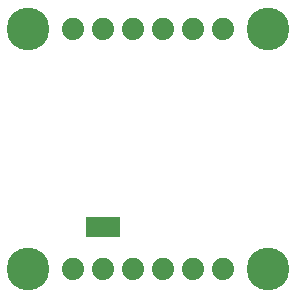
<source format=gbr>
G04 EAGLE Gerber RS-274X export*
G75*
%MOMM*%
%FSLAX34Y34*%
%LPD*%
%INSoldermask Bottom*%
%IPPOS*%
%AMOC8*
5,1,8,0,0,1.08239X$1,22.5*%
G01*
%ADD10R,2.921000X1.651000*%
%ADD11C,1.879600*%
%ADD12C,3.617600*%


D10*
X88900Y60960D03*
D11*
X63500Y25400D03*
X88900Y25400D03*
X114300Y25400D03*
X139700Y25400D03*
X165100Y25400D03*
X190500Y25400D03*
D12*
X228600Y25400D03*
X25400Y228600D03*
X228600Y228600D03*
X25400Y25400D03*
D11*
X63500Y228600D03*
X88900Y228600D03*
X114300Y228600D03*
X139700Y228600D03*
X165100Y228600D03*
X190500Y228600D03*
M02*

</source>
